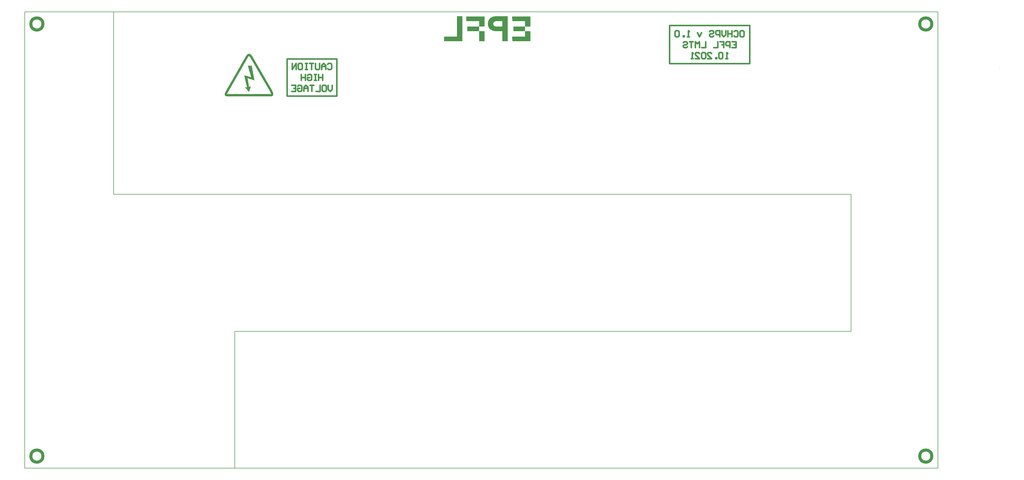
<source format=gbo>
G04*
G04 #@! TF.GenerationSoftware,Altium Limited,Altium Designer,24.3.1 (35)*
G04*
G04 Layer_Color=32896*
%FSLAX44Y44*%
%MOMM*%
G71*
G04*
G04 #@! TF.SameCoordinates,92BC9782-8992-42D9-9517-A00A7AE7D45C*
G04*
G04*
G04 #@! TF.FilePolarity,Positive*
G04*
G01*
G75*
%ADD11C,0.2000*%
%ADD14C,1.0000*%
%ADD19C,0.5000*%
%ADD218C,0.0010*%
G36*
X1437687Y1485348D02*
X1437823Y1485212D01*
X1437878Y1403324D01*
X1437823Y1403106D01*
X1437742Y1403024D01*
X1378431Y1402969D01*
X1378212Y1403024D01*
X1378130Y1403106D01*
X1378048Y1403297D01*
X1378075Y1417428D01*
X1378021Y1417646D01*
X1378075Y1418029D01*
X1378212Y1418166D01*
X1378649Y1418221D01*
X1378813Y1418166D01*
X1419019Y1418193D01*
X1419648Y1418166D01*
X1419866Y1418221D01*
X1420003Y1418357D01*
X1420058Y1468812D01*
Y1468867D01*
Y1484337D01*
X1420003Y1484884D01*
X1420112Y1485266D01*
X1420386Y1485376D01*
X1437140Y1485348D01*
X1437304Y1485403D01*
X1437687Y1485348D01*
D02*
G37*
G36*
X1586811Y1485294D02*
X1586920Y1485020D01*
X1586893Y1403762D01*
X1586948Y1403543D01*
X1586893Y1403160D01*
X1586756Y1403024D01*
X1569428Y1402969D01*
X1569209Y1403024D01*
X1569073Y1403215D01*
X1569100Y1436041D01*
X1569073Y1436396D01*
X1568936Y1436533D01*
X1547070Y1436588D01*
X1545868Y1436642D01*
X1545704Y1436697D01*
X1545540Y1436642D01*
X1545048Y1436697D01*
X1544884Y1436752D01*
X1544364Y1436834D01*
X1543872Y1436888D01*
X1543162Y1436998D01*
X1542888Y1437052D01*
X1542096Y1437134D01*
X1541713Y1437189D01*
X1541276Y1437298D01*
X1540647Y1437490D01*
X1540428Y1437544D01*
X1539964Y1437626D01*
X1539308Y1437736D01*
X1538570Y1438036D01*
X1537668Y1438228D01*
X1537285Y1438392D01*
X1536903Y1438610D01*
X1536247Y1438774D01*
X1535673Y1439075D01*
X1535399Y1439184D01*
X1535099Y1439266D01*
X1534825Y1439376D01*
X1534497Y1439594D01*
X1534060Y1439758D01*
X1533787Y1439868D01*
X1533705Y1439949D01*
X1533377Y1440168D01*
X1533021Y1440305D01*
X1532693Y1440524D01*
X1531956Y1440934D01*
X1531655Y1441180D01*
X1531546Y1441234D01*
X1531272Y1441344D01*
X1530999Y1441617D01*
X1530507Y1441890D01*
X1530398Y1441945D01*
X1530124Y1442218D01*
X1529851Y1442382D01*
X1529660Y1442573D01*
X1529605Y1442683D01*
X1529468Y1442765D01*
X1529359Y1442819D01*
X1528922Y1443257D01*
X1528812Y1443311D01*
X1528621Y1443503D01*
X1528566Y1443612D01*
X1528375Y1443803D01*
X1528266Y1443858D01*
X1528129Y1443995D01*
X1528074Y1444104D01*
X1527883Y1444295D01*
X1527774Y1444350D01*
X1527582Y1444541D01*
X1527528Y1444651D01*
X1527336Y1444842D01*
X1527227Y1444897D01*
X1527090Y1445033D01*
X1527036Y1445143D01*
X1526872Y1445307D01*
X1526489Y1445799D01*
X1526434Y1445908D01*
X1526352Y1445935D01*
X1526270Y1446017D01*
X1525997Y1446400D01*
X1525942Y1446509D01*
X1525669Y1446783D01*
X1525614Y1446892D01*
X1525396Y1447220D01*
X1525341Y1447329D01*
X1525232Y1447439D01*
X1525013Y1447821D01*
X1524904Y1448094D01*
X1524822Y1448177D01*
X1524576Y1448477D01*
X1524521Y1448586D01*
X1524303Y1449079D01*
X1524193Y1449188D01*
X1524029Y1449461D01*
X1523920Y1449734D01*
X1523865Y1449953D01*
X1523455Y1450746D01*
X1523373Y1451046D01*
X1523264Y1451484D01*
X1522991Y1451866D01*
X1522827Y1452632D01*
X1522717Y1452905D01*
X1522663Y1453124D01*
X1522581Y1453206D01*
X1522471Y1453479D01*
X1522417Y1453752D01*
X1522335Y1454326D01*
X1522171Y1454982D01*
X1521979Y1455611D01*
X1521870Y1456212D01*
X1521815Y1456923D01*
X1521733Y1457606D01*
X1521679Y1457770D01*
X1521624Y1458699D01*
X1521569Y1459082D01*
X1521515Y1459301D01*
X1521460Y1459465D01*
X1521405Y1461870D01*
X1521460Y1462581D01*
X1521569Y1462854D01*
X1521651Y1463920D01*
X1521761Y1464576D01*
X1521815Y1465232D01*
X1521870Y1465833D01*
X1521979Y1466380D01*
X1522061Y1466735D01*
X1522280Y1467282D01*
X1522335Y1467719D01*
X1522389Y1467938D01*
X1522499Y1468594D01*
X1522799Y1469222D01*
X1522936Y1469851D01*
X1523045Y1470234D01*
X1523318Y1470671D01*
X1523428Y1471108D01*
X1523647Y1471600D01*
X1523701Y1471709D01*
X1523783Y1471792D01*
X1524002Y1472393D01*
X1524029Y1472420D01*
X1524084Y1472639D01*
X1524193Y1472748D01*
X1524467Y1473240D01*
X1524576Y1473513D01*
X1524630Y1473623D01*
X1524794Y1473787D01*
X1525150Y1474415D01*
X1525396Y1474716D01*
X1525614Y1475099D01*
X1525833Y1475317D01*
X1526052Y1475700D01*
X1526298Y1475946D01*
X1526544Y1476247D01*
X1526598Y1476356D01*
X1526981Y1476739D01*
X1527036Y1476848D01*
X1527172Y1476985D01*
X1527282Y1477039D01*
X1527473Y1477231D01*
X1527528Y1477340D01*
X1527719Y1477531D01*
X1527828Y1477586D01*
X1527965Y1477723D01*
X1528020Y1477832D01*
X1528211Y1478023D01*
X1528320Y1478078D01*
X1528512Y1478269D01*
X1528566Y1478379D01*
X1528758Y1478570D01*
X1528867Y1478625D01*
X1529250Y1479007D01*
X1529359Y1479062D01*
X1529468Y1479171D01*
X1529578Y1479226D01*
X1529687Y1479390D01*
X1530070Y1479663D01*
X1530179Y1479718D01*
X1530452Y1479991D01*
X1530835Y1480210D01*
X1530944Y1480264D01*
X1530972Y1480347D01*
X1531053Y1480428D01*
X1531655Y1480757D01*
X1531764Y1480811D01*
X1531873Y1480921D01*
X1532475Y1481248D01*
X1532584Y1481303D01*
X1532666Y1481385D01*
X1532994Y1481604D01*
X1533349Y1481740D01*
X1533677Y1481959D01*
X1533869Y1482096D01*
X1534224Y1482232D01*
X1534607Y1482396D01*
X1535099Y1482670D01*
X1535481Y1482779D01*
X1536055Y1483080D01*
X1536329Y1483189D01*
X1536739Y1483271D01*
X1537121Y1483435D01*
X1537613Y1483708D01*
X1537832Y1483763D01*
X1538488Y1483872D01*
X1538952Y1484064D01*
X1539226Y1484173D01*
X1539444Y1484228D01*
X1539909Y1484310D01*
X1540292Y1484364D01*
X1540511Y1484419D01*
X1541303Y1484665D01*
X1541850Y1484774D01*
X1542451Y1484829D01*
X1542888Y1484884D01*
X1543162Y1484938D01*
X1543599Y1484993D01*
X1543927Y1485048D01*
X1544610Y1485130D01*
X1544911Y1485212D01*
X1545485Y1485294D01*
X1545649Y1485239D01*
X1545758Y1485294D01*
X1586046Y1485348D01*
X1586429Y1485403D01*
X1586811Y1485294D01*
D02*
G37*
G36*
X1661264Y1484802D02*
X1661346Y1484720D01*
X1661428Y1484528D01*
X1661401Y1482369D01*
Y1482314D01*
Y1452358D01*
X1661455Y1451812D01*
X1661401Y1451429D01*
X1661264Y1451292D01*
X1660827Y1451238D01*
X1660663Y1451292D01*
X1644728Y1451265D01*
X1643990Y1451292D01*
X1643771Y1451238D01*
X1643635Y1451101D01*
X1643580Y1450992D01*
X1643525Y1450828D01*
X1643580Y1450773D01*
X1643553Y1436642D01*
X1606053Y1436588D01*
X1605834Y1436533D01*
X1605452Y1436588D01*
X1605370Y1436670D01*
X1605288Y1436861D01*
X1605315Y1450226D01*
X1605260Y1451429D01*
X1605397Y1451730D01*
X1642787Y1451784D01*
X1643006Y1451730D01*
X1643389Y1451784D01*
X1643471Y1451866D01*
X1643607Y1452058D01*
X1643580Y1468703D01*
X1643635Y1469086D01*
X1643580Y1469468D01*
X1643334Y1469660D01*
X1642760Y1469632D01*
X1603047Y1469660D01*
X1602008Y1469605D01*
X1601789Y1469660D01*
X1601653Y1469796D01*
X1601598Y1484446D01*
X1601653Y1484665D01*
X1601789Y1484802D01*
X1602336Y1484856D01*
X1602554Y1484802D01*
X1602719Y1484856D01*
X1660362Y1484829D01*
X1661045Y1484856D01*
X1661264Y1484802D01*
D02*
G37*
G36*
X1510117D02*
X1510254Y1484665D01*
X1510308Y1484118D01*
X1510254Y1483954D01*
X1510308Y1483790D01*
X1510281Y1452276D01*
X1510308Y1451648D01*
X1510254Y1451429D01*
X1510117Y1451292D01*
X1509680Y1451238D01*
X1509516Y1451292D01*
X1493636Y1451265D01*
X1492843Y1451292D01*
X1492625Y1451238D01*
X1492488Y1451101D01*
X1492433Y1436615D01*
X1455398Y1436588D01*
X1454523Y1436533D01*
X1454250Y1436642D01*
X1454141Y1436861D01*
X1454168Y1450992D01*
X1454113Y1451210D01*
X1454168Y1451593D01*
X1454305Y1451730D01*
X1487103Y1451784D01*
X1491695D01*
X1491859Y1451730D01*
X1492242Y1451784D01*
X1492433Y1451976D01*
X1492488Y1452358D01*
X1492433Y1452741D01*
X1492488Y1452905D01*
X1492460Y1468457D01*
X1492488Y1469250D01*
X1492433Y1469468D01*
X1492187Y1469660D01*
X1491668Y1469632D01*
X1452063Y1469660D01*
X1450861Y1469605D01*
X1450615Y1469687D01*
X1450478Y1469878D01*
X1450506Y1483408D01*
X1450451Y1484446D01*
X1450506Y1484665D01*
X1450642Y1484802D01*
X1451189Y1484856D01*
X1451408Y1484802D01*
X1451572Y1484856D01*
X1509215Y1484829D01*
X1509898Y1484856D01*
X1510117Y1484802D01*
D02*
G37*
G36*
X1661264Y1436533D02*
X1661346Y1436451D01*
X1661428Y1436260D01*
X1661401Y1432187D01*
Y1432133D01*
Y1404090D01*
X1661455Y1403543D01*
X1661401Y1403160D01*
X1661264Y1403024D01*
X1601844Y1402969D01*
X1601653Y1403160D01*
X1601598Y1417811D01*
X1601653Y1418029D01*
X1601789Y1418166D01*
X1602227Y1418221D01*
X1602390Y1418166D01*
X1642542Y1418193D01*
X1643225Y1418166D01*
X1643443Y1418221D01*
X1643580Y1418357D01*
X1643635Y1418740D01*
X1643580Y1418904D01*
X1643607Y1436478D01*
X1660335Y1436533D01*
X1660881Y1436588D01*
X1661264Y1436533D01*
D02*
G37*
G36*
X1510117D02*
X1510254Y1436396D01*
X1510308Y1435795D01*
X1510254Y1435631D01*
X1510308Y1435522D01*
X1510281Y1403953D01*
X1510308Y1403379D01*
X1510254Y1403160D01*
X1510117Y1403024D01*
X1492843Y1402969D01*
X1492597Y1403051D01*
X1492460Y1403242D01*
X1492488Y1435795D01*
X1492433Y1435959D01*
X1492488Y1436506D01*
X1509297Y1436533D01*
X1509352D01*
X1509898Y1436588D01*
X1510117Y1436533D01*
D02*
G37*
G36*
X738169Y1361880D02*
X739190D01*
Y1361676D01*
X739802D01*
Y1361471D01*
X740210D01*
Y1361267D01*
X740619D01*
Y1361063D01*
X741027D01*
Y1360859D01*
X741435D01*
Y1360655D01*
X741639D01*
Y1360451D01*
X741843D01*
Y1360247D01*
X742252D01*
Y1360043D01*
X742456D01*
Y1359839D01*
X742660D01*
Y1359634D01*
X742864D01*
Y1359430D01*
X743272D01*
Y1359226D01*
X743476D01*
Y1359022D01*
X743680D01*
Y1358818D01*
X743885D01*
Y1358614D01*
X744089D01*
Y1358410D01*
X744293D01*
Y1358001D01*
X744497D01*
Y1357797D01*
X744701D01*
Y1357593D01*
X744905D01*
Y1357389D01*
X745109D01*
Y1357185D01*
X745313D01*
Y1356981D01*
X745518D01*
Y1356573D01*
X745722D01*
Y1356369D01*
X745926D01*
Y1356164D01*
X746130D01*
Y1355756D01*
X746334D01*
Y1355552D01*
X746538D01*
Y1355144D01*
X746742D01*
Y1354940D01*
X746946D01*
Y1354531D01*
X747150D01*
Y1354327D01*
X747355D01*
Y1353919D01*
X747559D01*
Y1353511D01*
X747763D01*
Y1353307D01*
X747967D01*
Y1352898D01*
X748171D01*
Y1352694D01*
X748375D01*
Y1352286D01*
X748579D01*
Y1352082D01*
X748783D01*
Y1351674D01*
X748988D01*
Y1351266D01*
X749192D01*
Y1350857D01*
X749396D01*
Y1350653D01*
X749600D01*
Y1350245D01*
X749804D01*
Y1349837D01*
X750008D01*
Y1349428D01*
X750212D01*
Y1349224D01*
X750416D01*
Y1348816D01*
X750620D01*
Y1348408D01*
X750825D01*
Y1348000D01*
X751029D01*
Y1347796D01*
X751233D01*
Y1347387D01*
X751437D01*
Y1346979D01*
X751641D01*
Y1346571D01*
X751845D01*
Y1346367D01*
X752049D01*
Y1345958D01*
X752253D01*
Y1345754D01*
X752458D01*
Y1345346D01*
X752662D01*
Y1344938D01*
X752866D01*
Y1344734D01*
X753070D01*
Y1344326D01*
X753274D01*
Y1343917D01*
X753478D01*
Y1343509D01*
X753682D01*
Y1343101D01*
X753886D01*
Y1342693D01*
X754091D01*
Y1342488D01*
X754295D01*
Y1342080D01*
X754499D01*
Y1341876D01*
X754703D01*
Y1341468D01*
X754907D01*
Y1341060D01*
X755111D01*
Y1340651D01*
X755315D01*
Y1340447D01*
X755519D01*
Y1340039D01*
X755723D01*
Y1339631D01*
X755928D01*
Y1339223D01*
X756132D01*
Y1339018D01*
X756336D01*
Y1338610D01*
X756540D01*
Y1338202D01*
X756744D01*
Y1337794D01*
X756948D01*
Y1337590D01*
X757152D01*
Y1337181D01*
X757356D01*
Y1336773D01*
X757561D01*
Y1336569D01*
X757765D01*
Y1336161D01*
X757969D01*
Y1335752D01*
X758173D01*
Y1335344D01*
X758377D01*
Y1334936D01*
X758581D01*
Y1334732D01*
X758785D01*
Y1334324D01*
X758989D01*
Y1333915D01*
X759193D01*
Y1333711D01*
X759398D01*
Y1333303D01*
X759602D01*
Y1332895D01*
X759806D01*
Y1332691D01*
X760010D01*
Y1332283D01*
X760214D01*
Y1331874D01*
X760418D01*
Y1331466D01*
X760622D01*
Y1331262D01*
X760826D01*
Y1330854D01*
X761031D01*
Y1330445D01*
X761235D01*
Y1330037D01*
X761439D01*
Y1329833D01*
X761643D01*
Y1329425D01*
X761847D01*
Y1329017D01*
X762051D01*
Y1328812D01*
X762255D01*
Y1328404D01*
X762459D01*
Y1327996D01*
X762663D01*
Y1327588D01*
X762868D01*
Y1327384D01*
X763072D01*
Y1326975D01*
X763276D01*
Y1326567D01*
X763480D01*
Y1326363D01*
X763684D01*
Y1325955D01*
X763888D01*
Y1325547D01*
X764092D01*
Y1325138D01*
X764296D01*
Y1324934D01*
X764501D01*
Y1324526D01*
X764705D01*
Y1324118D01*
X764909D01*
Y1323709D01*
X765113D01*
Y1323505D01*
X765317D01*
Y1323097D01*
X765521D01*
Y1322689D01*
X765725D01*
Y1322281D01*
X765929D01*
Y1322077D01*
X766134D01*
Y1321668D01*
X766338D01*
Y1321260D01*
X766542D01*
Y1321056D01*
X766746D01*
Y1320648D01*
X766950D01*
Y1320239D01*
X767154D01*
Y1319831D01*
X767358D01*
Y1319627D01*
X767562D01*
Y1319219D01*
X767766D01*
Y1318811D01*
X767971D01*
Y1318607D01*
X768175D01*
Y1318198D01*
X768379D01*
Y1317790D01*
X768583D01*
Y1317382D01*
X768787D01*
Y1317178D01*
X768991D01*
Y1316769D01*
X769195D01*
Y1316361D01*
X769399D01*
Y1316157D01*
X769604D01*
Y1315749D01*
X769808D01*
Y1315341D01*
X770012D01*
Y1314932D01*
X770216D01*
Y1314728D01*
X770420D01*
Y1314320D01*
X770624D01*
Y1313912D01*
X770828D01*
Y1313708D01*
X771032D01*
Y1313299D01*
X771236D01*
Y1312891D01*
X771441D01*
Y1312483D01*
X771645D01*
Y1312075D01*
X771849D01*
Y1311871D01*
X772053D01*
Y1311462D01*
X772257D01*
Y1311054D01*
X772461D01*
Y1310850D01*
X772665D01*
Y1310442D01*
X772869D01*
Y1310034D01*
X773074D01*
Y1309625D01*
X773278D01*
Y1309421D01*
X773482D01*
Y1309013D01*
X773686D01*
Y1308605D01*
X773890D01*
Y1308401D01*
X774094D01*
Y1307992D01*
X774298D01*
Y1307584D01*
X774502D01*
Y1307176D01*
X774707D01*
Y1306972D01*
X774911D01*
Y1306564D01*
X775115D01*
Y1306155D01*
X775319D01*
Y1305951D01*
X775523D01*
Y1305543D01*
X775727D01*
Y1305135D01*
X775931D01*
Y1304726D01*
X776135D01*
Y1304522D01*
X776339D01*
Y1304114D01*
X776544D01*
Y1303706D01*
X776748D01*
Y1303298D01*
X776952D01*
Y1303094D01*
X777156D01*
Y1302685D01*
X777360D01*
Y1302277D01*
X777564D01*
Y1302073D01*
X777768D01*
Y1301665D01*
X777972D01*
Y1301256D01*
X778177D01*
Y1301052D01*
X778381D01*
Y1300644D01*
X778585D01*
Y1300236D01*
X778789D01*
Y1299828D01*
X778993D01*
Y1299623D01*
X779197D01*
Y1299215D01*
X779401D01*
Y1298807D01*
X779605D01*
Y1298399D01*
X779809D01*
Y1298195D01*
X780014D01*
Y1297786D01*
X780218D01*
Y1297378D01*
X780422D01*
Y1296970D01*
X780626D01*
Y1296766D01*
X780830D01*
Y1296358D01*
X781034D01*
Y1295949D01*
X781238D01*
Y1295745D01*
X781442D01*
Y1295337D01*
X781647D01*
Y1294929D01*
X781851D01*
Y1294521D01*
X782055D01*
Y1294316D01*
X782259D01*
Y1293908D01*
X782463D01*
Y1293500D01*
X782667D01*
Y1293092D01*
X782871D01*
Y1292888D01*
X783075D01*
Y1292479D01*
X783279D01*
Y1292071D01*
X783484D01*
Y1291663D01*
X783688D01*
Y1291459D01*
X783892D01*
Y1291051D01*
X784096D01*
Y1290846D01*
X784300D01*
Y1290438D01*
X784504D01*
Y1290030D01*
X784708D01*
Y1289622D01*
X784912D01*
Y1289213D01*
X785117D01*
Y1289009D01*
X785321D01*
Y1288601D01*
X785525D01*
Y1288193D01*
X785729D01*
Y1287989D01*
X785933D01*
Y1287580D01*
X786137D01*
Y1287172D01*
X786341D01*
Y1286968D01*
X786545D01*
Y1286560D01*
X786750D01*
Y1286152D01*
X786954D01*
Y1285743D01*
X787158D01*
Y1285539D01*
X787362D01*
Y1285131D01*
X787566D01*
Y1284723D01*
X787770D01*
Y1284315D01*
X787974D01*
Y1284110D01*
X788178D01*
Y1283702D01*
X788382D01*
Y1283294D01*
X788587D01*
Y1283090D01*
X788791D01*
Y1282682D01*
X788995D01*
Y1282273D01*
X789199D01*
Y1281865D01*
X789403D01*
Y1281457D01*
X789607D01*
Y1281253D01*
X789811D01*
Y1280845D01*
X790015D01*
Y1280436D01*
X790220D01*
Y1280232D01*
X790424D01*
Y1279824D01*
X790628D01*
Y1279416D01*
X790832D01*
Y1279007D01*
X791036D01*
Y1278803D01*
X791240D01*
Y1278395D01*
X791444D01*
Y1277987D01*
X791648D01*
Y1277783D01*
X791852D01*
Y1277374D01*
X792057D01*
Y1276966D01*
X792261D01*
Y1276558D01*
X792465D01*
Y1276354D01*
X792669D01*
Y1275946D01*
X792873D01*
Y1275537D01*
X793077D01*
Y1275333D01*
X793281D01*
Y1274925D01*
X793485D01*
Y1274517D01*
X793690D01*
Y1274313D01*
X793894D01*
Y1273904D01*
X794098D01*
Y1273496D01*
X794302D01*
Y1273088D01*
X794506D01*
Y1272884D01*
X794710D01*
Y1272476D01*
X794914D01*
Y1272067D01*
X795118D01*
Y1271659D01*
X795322D01*
Y1271455D01*
X795527D01*
Y1271047D01*
X795731D01*
Y1270639D01*
X795935D01*
Y1270434D01*
X796139D01*
Y1270026D01*
X796343D01*
Y1269618D01*
X796547D01*
Y1269210D01*
X796751D01*
Y1268801D01*
X796955D01*
Y1268597D01*
X797160D01*
Y1268189D01*
X797364D01*
Y1267985D01*
X797568D01*
Y1267577D01*
X797772D01*
Y1267169D01*
X797976D01*
Y1266760D01*
X798180D01*
Y1266352D01*
X798384D01*
Y1266148D01*
X798588D01*
Y1265740D01*
X798793D01*
Y1265331D01*
X798997D01*
Y1264923D01*
X799201D01*
Y1264719D01*
X799405D01*
Y1264311D01*
X799609D01*
Y1263903D01*
X799813D01*
Y1263699D01*
X800017D01*
Y1263290D01*
X800221D01*
Y1262882D01*
X800425D01*
Y1262474D01*
X800630D01*
Y1262270D01*
X800834D01*
Y1261861D01*
X801038D01*
Y1261453D01*
X801242D01*
Y1261045D01*
X801446D01*
Y1260841D01*
X801650D01*
Y1260433D01*
X801854D01*
Y1260229D01*
X802058D01*
Y1259820D01*
X802263D01*
Y1259412D01*
X802467D01*
Y1259004D01*
X802671D01*
Y1258800D01*
X802875D01*
Y1258391D01*
X803079D01*
Y1257983D01*
X803283D01*
Y1257575D01*
X803487D01*
Y1257371D01*
X803691D01*
Y1256963D01*
X803895D01*
Y1256554D01*
X804100D01*
Y1256146D01*
X804304D01*
Y1255942D01*
X804508D01*
Y1255534D01*
X804712D01*
Y1255126D01*
X804916D01*
Y1254921D01*
X805120D01*
Y1254513D01*
X805324D01*
Y1254105D01*
X805528D01*
Y1253697D01*
X805733D01*
Y1253288D01*
X805937D01*
Y1253084D01*
X806141D01*
Y1252676D01*
X806345D01*
Y1252472D01*
X806549D01*
Y1252064D01*
X806753D01*
Y1251656D01*
X806957D01*
Y1251247D01*
X807161D01*
Y1250839D01*
X807366D01*
Y1250635D01*
X807570D01*
Y1250227D01*
X807774D01*
Y1250023D01*
X807978D01*
Y1249614D01*
X808182D01*
Y1249206D01*
X808386D01*
Y1248798D01*
X808590D01*
Y1248390D01*
X808794D01*
Y1248186D01*
X808998D01*
Y1247777D01*
X809203D01*
Y1247369D01*
X809407D01*
Y1247165D01*
X809611D01*
Y1246757D01*
X809815D01*
Y1246348D01*
X810019D01*
Y1245940D01*
X810223D01*
Y1245736D01*
X810427D01*
Y1245328D01*
X810631D01*
Y1244920D01*
X810836D01*
Y1244715D01*
X811040D01*
Y1244307D01*
X811244D01*
Y1243899D01*
X811448D01*
Y1243491D01*
X811652D01*
Y1243083D01*
X811856D01*
Y1242674D01*
X812060D01*
Y1242266D01*
X812264D01*
Y1241858D01*
X812468D01*
Y1241450D01*
X812673D01*
Y1241041D01*
X812877D01*
Y1240633D01*
X813081D01*
Y1240225D01*
X813285D01*
Y1239613D01*
X813489D01*
Y1239204D01*
X813693D01*
Y1238796D01*
X813897D01*
Y1238184D01*
X814101D01*
Y1237775D01*
X814306D01*
Y1237367D01*
X814510D01*
Y1236959D01*
X814714D01*
Y1236551D01*
X814918D01*
Y1235938D01*
X815122D01*
Y1235530D01*
X815326D01*
Y1234918D01*
X815530D01*
Y1234305D01*
X815734D01*
Y1233693D01*
X815939D01*
Y1233285D01*
X816143D01*
Y1232468D01*
X816347D01*
Y1231856D01*
X816551D01*
Y1230835D01*
X816755D01*
Y1227161D01*
X816551D01*
Y1226549D01*
X816347D01*
Y1225937D01*
X816143D01*
Y1225528D01*
X815939D01*
Y1225324D01*
X815734D01*
Y1224916D01*
X815530D01*
Y1224712D01*
X815326D01*
Y1224508D01*
X815122D01*
Y1224304D01*
X814918D01*
Y1224100D01*
X814714D01*
Y1223895D01*
X814510D01*
Y1223691D01*
X814101D01*
Y1223487D01*
X813897D01*
Y1223283D01*
X813489D01*
Y1223079D01*
X813081D01*
Y1222875D01*
X812673D01*
Y1222671D01*
X812060D01*
Y1222467D01*
X811244D01*
Y1222262D01*
X810019D01*
Y1222058D01*
X678771D01*
Y1221854D01*
X666115D01*
Y1222058D01*
X664278D01*
Y1222262D01*
X663054D01*
Y1222467D01*
X662237D01*
Y1222671D01*
X661421D01*
Y1222875D01*
X661012D01*
Y1223079D01*
X660604D01*
Y1223283D01*
X660196D01*
Y1223487D01*
X659992D01*
Y1223691D01*
X659584D01*
Y1223895D01*
X659380D01*
Y1224100D01*
X658971D01*
Y1224304D01*
X658767D01*
Y1224508D01*
X658563D01*
Y1224916D01*
X658359D01*
Y1225120D01*
X658155D01*
Y1225324D01*
X657951D01*
Y1225732D01*
X657747D01*
Y1226141D01*
X657542D01*
Y1226753D01*
X657338D01*
Y1227365D01*
X657134D01*
Y1230835D01*
X657338D01*
Y1231652D01*
X657542D01*
Y1232060D01*
X657747D01*
Y1232877D01*
X657951D01*
Y1233285D01*
X658155D01*
Y1233693D01*
X658359D01*
Y1234305D01*
X658563D01*
Y1234918D01*
X658767D01*
Y1235326D01*
X658971D01*
Y1235734D01*
X659175D01*
Y1236143D01*
X659380D01*
Y1236551D01*
X659584D01*
Y1236959D01*
X659788D01*
Y1237367D01*
X659992D01*
Y1237571D01*
X660196D01*
Y1237980D01*
X660400D01*
Y1238388D01*
X660604D01*
Y1238796D01*
X660808D01*
Y1239204D01*
X661012D01*
Y1239613D01*
X661217D01*
Y1240021D01*
X661421D01*
Y1240225D01*
X661625D01*
Y1240633D01*
X661829D01*
Y1241041D01*
X662033D01*
Y1241450D01*
X662237D01*
Y1241858D01*
X662441D01*
Y1242062D01*
X662645D01*
Y1242470D01*
X662850D01*
Y1242878D01*
X663054D01*
Y1243083D01*
X663258D01*
Y1243491D01*
X663462D01*
Y1243899D01*
X663666D01*
Y1244307D01*
X663870D01*
Y1244511D01*
X664074D01*
Y1244920D01*
X664278D01*
Y1245328D01*
X664482D01*
Y1245532D01*
X664687D01*
Y1245940D01*
X664891D01*
Y1246348D01*
X665095D01*
Y1246757D01*
X665299D01*
Y1246961D01*
X665503D01*
Y1247369D01*
X665707D01*
Y1247777D01*
X665911D01*
Y1247981D01*
X666115D01*
Y1248390D01*
X666320D01*
Y1248798D01*
X666524D01*
Y1249002D01*
X666728D01*
Y1249410D01*
X666932D01*
Y1249818D01*
X667136D01*
Y1250023D01*
X667340D01*
Y1250431D01*
X667544D01*
Y1250839D01*
X667748D01*
Y1251247D01*
X667952D01*
Y1251451D01*
X668157D01*
Y1251860D01*
X668361D01*
Y1252268D01*
X668565D01*
Y1252676D01*
X668769D01*
Y1252880D01*
X668973D01*
Y1253288D01*
X669177D01*
Y1253697D01*
X669381D01*
Y1254105D01*
X669585D01*
Y1254513D01*
X669790D01*
Y1254717D01*
X669994D01*
Y1255126D01*
X670198D01*
Y1255534D01*
X670402D01*
Y1255942D01*
X670606D01*
Y1256146D01*
X670810D01*
Y1256554D01*
X671014D01*
Y1256963D01*
X671218D01*
Y1257167D01*
X671423D01*
Y1257575D01*
X671627D01*
Y1257983D01*
X671831D01*
Y1258391D01*
X672035D01*
Y1258800D01*
X672239D01*
Y1259004D01*
X672443D01*
Y1259412D01*
X672647D01*
Y1259820D01*
X672851D01*
Y1260229D01*
X673055D01*
Y1260433D01*
X673260D01*
Y1260841D01*
X673464D01*
Y1261249D01*
X673668D01*
Y1261453D01*
X673872D01*
Y1261861D01*
X674076D01*
Y1262270D01*
X674280D01*
Y1262678D01*
X674484D01*
Y1262882D01*
X674688D01*
Y1263290D01*
X674893D01*
Y1263699D01*
X675097D01*
Y1264107D01*
X675301D01*
Y1264311D01*
X675505D01*
Y1264719D01*
X675709D01*
Y1265127D01*
X675913D01*
Y1265536D01*
X676117D01*
Y1265740D01*
X676321D01*
Y1266148D01*
X676525D01*
Y1266556D01*
X676730D01*
Y1266964D01*
X676934D01*
Y1267169D01*
X677138D01*
Y1267577D01*
X677342D01*
Y1267985D01*
X677546D01*
Y1268393D01*
X677750D01*
Y1268597D01*
X677954D01*
Y1269006D01*
X678158D01*
Y1269414D01*
X678363D01*
Y1269822D01*
X678567D01*
Y1270026D01*
X678771D01*
Y1270434D01*
X678975D01*
Y1270843D01*
X679179D01*
Y1271251D01*
X679383D01*
Y1271455D01*
X679587D01*
Y1271863D01*
X679791D01*
Y1272271D01*
X679995D01*
Y1272476D01*
X680200D01*
Y1272884D01*
X680404D01*
Y1273292D01*
X680608D01*
Y1273700D01*
X680812D01*
Y1274109D01*
X681016D01*
Y1274313D01*
X681220D01*
Y1274721D01*
X681424D01*
Y1275129D01*
X681628D01*
Y1275537D01*
X681833D01*
Y1275742D01*
X682037D01*
Y1276150D01*
X682241D01*
Y1276558D01*
X682445D01*
Y1276966D01*
X682649D01*
Y1277170D01*
X682853D01*
Y1277579D01*
X683057D01*
Y1277987D01*
X683261D01*
Y1278191D01*
X683465D01*
Y1278599D01*
X683670D01*
Y1279007D01*
X683874D01*
Y1279416D01*
X684078D01*
Y1279824D01*
X684282D01*
Y1280028D01*
X684486D01*
Y1280436D01*
X684690D01*
Y1280845D01*
X684894D01*
Y1281253D01*
X685098D01*
Y1281457D01*
X685303D01*
Y1281865D01*
X685507D01*
Y1282273D01*
X685711D01*
Y1282682D01*
X685915D01*
Y1282886D01*
X686119D01*
Y1283294D01*
X686323D01*
Y1283702D01*
X686527D01*
Y1284110D01*
X686731D01*
Y1284315D01*
X686936D01*
Y1284723D01*
X687140D01*
Y1285131D01*
X687344D01*
Y1285539D01*
X687548D01*
Y1285743D01*
X687752D01*
Y1286152D01*
X687956D01*
Y1286560D01*
X688160D01*
Y1286968D01*
X688364D01*
Y1287172D01*
X688568D01*
Y1287580D01*
X688773D01*
Y1287989D01*
X688977D01*
Y1288193D01*
X689181D01*
Y1288601D01*
X689385D01*
Y1289009D01*
X689589D01*
Y1289418D01*
X689793D01*
Y1289622D01*
X689997D01*
Y1290030D01*
X690201D01*
Y1290438D01*
X690406D01*
Y1290846D01*
X690610D01*
Y1291051D01*
X690814D01*
Y1291459D01*
X691018D01*
Y1291867D01*
X691222D01*
Y1292275D01*
X691426D01*
Y1292479D01*
X691630D01*
Y1292888D01*
X691834D01*
Y1293296D01*
X692038D01*
Y1293704D01*
X692243D01*
Y1294112D01*
X692447D01*
Y1294316D01*
X692651D01*
Y1294725D01*
X692855D01*
Y1295133D01*
X693059D01*
Y1295337D01*
X693263D01*
Y1295745D01*
X693467D01*
Y1296153D01*
X693671D01*
Y1296562D01*
X693876D01*
Y1296766D01*
X694080D01*
Y1297174D01*
X694284D01*
Y1297582D01*
X694488D01*
Y1297991D01*
X694692D01*
Y1298399D01*
X694896D01*
Y1298603D01*
X695100D01*
Y1299011D01*
X695304D01*
Y1299419D01*
X695508D01*
Y1299828D01*
X695713D01*
Y1300032D01*
X695917D01*
Y1300440D01*
X696121D01*
Y1300848D01*
X696325D01*
Y1301256D01*
X696529D01*
Y1301461D01*
X696733D01*
Y1301869D01*
X696937D01*
Y1302277D01*
X697141D01*
Y1302685D01*
X697346D01*
Y1302889D01*
X697550D01*
Y1303298D01*
X697754D01*
Y1303706D01*
X697958D01*
Y1303910D01*
X698162D01*
Y1304318D01*
X698366D01*
Y1304726D01*
X698570D01*
Y1304931D01*
X698774D01*
Y1305339D01*
X698979D01*
Y1305747D01*
X699183D01*
Y1306155D01*
X699387D01*
Y1306564D01*
X699591D01*
Y1306768D01*
X699795D01*
Y1307176D01*
X699999D01*
Y1307584D01*
X700203D01*
Y1307992D01*
X700407D01*
Y1308196D01*
X700611D01*
Y1308605D01*
X700816D01*
Y1309013D01*
X701020D01*
Y1309421D01*
X701224D01*
Y1309625D01*
X701428D01*
Y1310034D01*
X701632D01*
Y1310442D01*
X701836D01*
Y1310850D01*
X702040D01*
Y1311054D01*
X702244D01*
Y1311462D01*
X702449D01*
Y1311871D01*
X702653D01*
Y1312075D01*
X702857D01*
Y1312483D01*
X703061D01*
Y1312891D01*
X703265D01*
Y1313299D01*
X703469D01*
Y1313708D01*
X703673D01*
Y1313912D01*
X703877D01*
Y1314320D01*
X704081D01*
Y1314728D01*
X704286D01*
Y1315137D01*
X704490D01*
Y1315341D01*
X704694D01*
Y1315749D01*
X704898D01*
Y1316157D01*
X705102D01*
Y1316361D01*
X705306D01*
Y1316769D01*
X705510D01*
Y1317178D01*
X705714D01*
Y1317586D01*
X705919D01*
Y1317994D01*
X706123D01*
Y1318198D01*
X706327D01*
Y1318607D01*
X706531D01*
Y1319015D01*
X706735D01*
Y1319219D01*
X706939D01*
Y1319627D01*
X707143D01*
Y1320035D01*
X707347D01*
Y1320444D01*
X707551D01*
Y1320648D01*
X707756D01*
Y1321056D01*
X707960D01*
Y1321464D01*
X708164D01*
Y1321872D01*
X708368D01*
Y1322077D01*
X708572D01*
Y1322485D01*
X708776D01*
Y1322893D01*
X708980D01*
Y1323097D01*
X709184D01*
Y1323505D01*
X709389D01*
Y1323914D01*
X709593D01*
Y1324322D01*
X709797D01*
Y1324730D01*
X710001D01*
Y1325138D01*
X710205D01*
Y1325342D01*
X710409D01*
Y1325751D01*
X710613D01*
Y1326159D01*
X710817D01*
Y1326567D01*
X711021D01*
Y1326771D01*
X711226D01*
Y1327180D01*
X711430D01*
Y1327588D01*
X711634D01*
Y1327792D01*
X711838D01*
Y1328200D01*
X712042D01*
Y1328608D01*
X712246D01*
Y1329017D01*
X712450D01*
Y1329425D01*
X712654D01*
Y1329629D01*
X712859D01*
Y1330037D01*
X713063D01*
Y1330445D01*
X713267D01*
Y1330650D01*
X713471D01*
Y1331058D01*
X713675D01*
Y1331466D01*
X713879D01*
Y1331670D01*
X714083D01*
Y1332078D01*
X714287D01*
Y1332487D01*
X714492D01*
Y1332895D01*
X714696D01*
Y1333303D01*
X714900D01*
Y1333507D01*
X715104D01*
Y1333915D01*
X715308D01*
Y1334324D01*
X715512D01*
Y1334528D01*
X715716D01*
Y1334936D01*
X715920D01*
Y1335344D01*
X716124D01*
Y1335752D01*
X716329D01*
Y1336161D01*
X716533D01*
Y1336365D01*
X716737D01*
Y1336773D01*
X716941D01*
Y1337181D01*
X717145D01*
Y1337590D01*
X717349D01*
Y1337794D01*
X717553D01*
Y1338202D01*
X717757D01*
Y1338610D01*
X717962D01*
Y1338814D01*
X718166D01*
Y1339223D01*
X718370D01*
Y1339631D01*
X718574D01*
Y1340039D01*
X718778D01*
Y1340447D01*
X718982D01*
Y1340651D01*
X719186D01*
Y1341060D01*
X719390D01*
Y1341468D01*
X719594D01*
Y1341876D01*
X719799D01*
Y1342080D01*
X720003D01*
Y1342488D01*
X720207D01*
Y1342897D01*
X720411D01*
Y1343101D01*
X720615D01*
Y1343509D01*
X720819D01*
Y1343917D01*
X721023D01*
Y1344326D01*
X721227D01*
Y1344734D01*
X721432D01*
Y1344938D01*
X721636D01*
Y1345346D01*
X721840D01*
Y1345754D01*
X722044D01*
Y1345958D01*
X722248D01*
Y1346367D01*
X722452D01*
Y1346775D01*
X722656D01*
Y1347183D01*
X722860D01*
Y1347387D01*
X723064D01*
Y1347796D01*
X723269D01*
Y1348204D01*
X723473D01*
Y1348612D01*
X723677D01*
Y1348816D01*
X723881D01*
Y1349224D01*
X724085D01*
Y1349633D01*
X724289D01*
Y1350041D01*
X724493D01*
Y1350449D01*
X724697D01*
Y1350857D01*
X724902D01*
Y1351266D01*
X725106D01*
Y1351470D01*
X725310D01*
Y1351878D01*
X725514D01*
Y1352286D01*
X725718D01*
Y1352694D01*
X725922D01*
Y1352898D01*
X726126D01*
Y1353307D01*
X726330D01*
Y1353715D01*
X726535D01*
Y1353919D01*
X726739D01*
Y1354327D01*
X726943D01*
Y1354531D01*
X727147D01*
Y1354940D01*
X727351D01*
Y1355348D01*
X727555D01*
Y1355552D01*
X727759D01*
Y1355756D01*
X727963D01*
Y1356164D01*
X728167D01*
Y1356369D01*
X728372D01*
Y1356573D01*
X728576D01*
Y1356981D01*
X728780D01*
Y1357185D01*
X728984D01*
Y1357389D01*
X729188D01*
Y1357797D01*
X729392D01*
Y1358001D01*
X729596D01*
Y1358206D01*
X729800D01*
Y1358410D01*
X730005D01*
Y1358614D01*
X730209D01*
Y1358818D01*
X730413D01*
Y1359022D01*
X730617D01*
Y1359226D01*
X730821D01*
Y1359430D01*
X731025D01*
Y1359634D01*
X731229D01*
Y1359839D01*
X731433D01*
Y1360043D01*
X731842D01*
Y1360247D01*
X732046D01*
Y1360451D01*
X732250D01*
Y1360655D01*
X732658D01*
Y1360859D01*
X732862D01*
Y1361063D01*
X733270D01*
Y1361267D01*
X733679D01*
Y1361471D01*
X734291D01*
Y1361676D01*
X734903D01*
Y1361880D01*
X735720D01*
Y1362084D01*
X738169D01*
Y1361880D01*
D02*
G37*
%LPC*%
G36*
X1568608Y1469660D02*
X1568061Y1469605D01*
X1567897Y1469660D01*
X1567378Y1469632D01*
X1555652Y1469660D01*
X1555488Y1469605D01*
X1551443Y1469550D01*
X1551088Y1469414D01*
X1550869Y1469359D01*
X1550350Y1469386D01*
X1549967Y1469332D01*
X1549803Y1469277D01*
X1548929Y1469222D01*
X1548765Y1469168D01*
X1548273Y1469113D01*
X1547890Y1469058D01*
X1547343Y1469004D01*
X1547125Y1468949D01*
X1546660Y1468812D01*
X1546223Y1468648D01*
X1545649Y1468566D01*
X1545430Y1468512D01*
X1545157Y1468402D01*
X1544911Y1468266D01*
X1544474Y1468102D01*
X1544118Y1468020D01*
X1543845Y1467910D01*
X1543736Y1467801D01*
X1543544Y1467664D01*
X1543271Y1467555D01*
X1542970Y1467473D01*
X1542642Y1467145D01*
X1542260Y1466926D01*
X1542150Y1466872D01*
X1541959Y1466680D01*
X1541658Y1466434D01*
X1541549Y1466380D01*
X1541467Y1466298D01*
X1541412Y1466188D01*
X1541112Y1465888D01*
X1540920Y1465751D01*
X1540866Y1465642D01*
X1540757Y1465533D01*
X1540702Y1465423D01*
X1540428Y1465150D01*
X1540046Y1464439D01*
X1539937Y1464330D01*
X1539718Y1463947D01*
X1539554Y1463291D01*
X1539417Y1462991D01*
X1539308Y1462717D01*
X1539226Y1462253D01*
X1539171Y1462089D01*
X1539198Y1458727D01*
X1539281Y1458262D01*
X1539527Y1457688D01*
X1539608Y1457388D01*
X1539718Y1456950D01*
X1539827Y1456677D01*
X1539937Y1456568D01*
X1540264Y1455966D01*
X1540319Y1455857D01*
X1540647Y1455529D01*
X1540702Y1455419D01*
X1540811Y1455310D01*
X1540866Y1455201D01*
X1540948Y1455119D01*
X1541057Y1455064D01*
X1541248Y1454873D01*
X1541303Y1454764D01*
X1541412Y1454654D01*
X1541713Y1454408D01*
X1541822Y1454354D01*
X1542150Y1454026D01*
X1542642Y1453752D01*
X1542970Y1453424D01*
X1543189Y1453370D01*
X1543572Y1453206D01*
X1543681Y1453151D01*
X1543790Y1453042D01*
X1543982Y1452905D01*
X1544200Y1452850D01*
X1544556Y1452768D01*
X1544938Y1452604D01*
X1545321Y1452386D01*
X1545704Y1452331D01*
X1545922Y1452276D01*
X1546305Y1452222D01*
X1546660Y1452085D01*
X1546933Y1451976D01*
X1547289Y1451894D01*
X1547453Y1451839D01*
X1548327Y1451784D01*
X1548492Y1451730D01*
X1549475Y1451675D01*
X1549694Y1451620D01*
X1549858Y1451566D01*
X1550951Y1451511D01*
X1551225Y1451402D01*
X1554614Y1451347D01*
X1554778Y1451292D01*
X1563415Y1451238D01*
X1568717D01*
X1568936Y1451292D01*
X1569045Y1451402D01*
X1569100Y1451675D01*
X1569073Y1468922D01*
X1569127Y1469086D01*
X1569018Y1469523D01*
X1568936Y1469605D01*
X1568608Y1469660D01*
D02*
G37*
G36*
X737353Y1354531D02*
X736740D01*
Y1354327D01*
X736536D01*
Y1354123D01*
X736128D01*
Y1353919D01*
X735924D01*
Y1353715D01*
X735720D01*
Y1353511D01*
X735516D01*
Y1353307D01*
X735312D01*
Y1353103D01*
X735107D01*
Y1352694D01*
X734903D01*
Y1352490D01*
X734699D01*
Y1352286D01*
X734495D01*
Y1352082D01*
X734291D01*
Y1351674D01*
X734087D01*
Y1351470D01*
X733883D01*
Y1351266D01*
X733679D01*
Y1350857D01*
X733475D01*
Y1350449D01*
X733270D01*
Y1350245D01*
X733066D01*
Y1349837D01*
X732862D01*
Y1349633D01*
X732658D01*
Y1349224D01*
X732454D01*
Y1348816D01*
X732250D01*
Y1348612D01*
X732046D01*
Y1348204D01*
X731842D01*
Y1347796D01*
X731637D01*
Y1347387D01*
X731433D01*
Y1346979D01*
X731229D01*
Y1346775D01*
X731025D01*
Y1346367D01*
X730821D01*
Y1345958D01*
X730617D01*
Y1345550D01*
X730413D01*
Y1345142D01*
X730209D01*
Y1344734D01*
X730005D01*
Y1344326D01*
X729800D01*
Y1344121D01*
X729596D01*
Y1343713D01*
X729392D01*
Y1343305D01*
X729188D01*
Y1343101D01*
X728984D01*
Y1342693D01*
X728780D01*
Y1342284D01*
X728576D01*
Y1341876D01*
X728372D01*
Y1341672D01*
X728167D01*
Y1341264D01*
X727963D01*
Y1340855D01*
X727759D01*
Y1340447D01*
X727555D01*
Y1340243D01*
X727351D01*
Y1339835D01*
X727147D01*
Y1339427D01*
X726943D01*
Y1339018D01*
X726739D01*
Y1338814D01*
X726535D01*
Y1338406D01*
X726330D01*
Y1337998D01*
X726126D01*
Y1337590D01*
X725922D01*
Y1337385D01*
X725718D01*
Y1336977D01*
X725514D01*
Y1336569D01*
X725310D01*
Y1336161D01*
X725106D01*
Y1335957D01*
X724902D01*
Y1335548D01*
X724697D01*
Y1335140D01*
X724493D01*
Y1334936D01*
X724289D01*
Y1334528D01*
X724085D01*
Y1334120D01*
X723881D01*
Y1333711D01*
X723677D01*
Y1333303D01*
X723473D01*
Y1333099D01*
X723269D01*
Y1332691D01*
X723064D01*
Y1332283D01*
X722860D01*
Y1332078D01*
X722656D01*
Y1331670D01*
X722452D01*
Y1331262D01*
X722248D01*
Y1330854D01*
X722044D01*
Y1330445D01*
X721840D01*
Y1330241D01*
X721636D01*
Y1329833D01*
X721432D01*
Y1329425D01*
X721227D01*
Y1329017D01*
X721023D01*
Y1328812D01*
X720819D01*
Y1328404D01*
X720615D01*
Y1327996D01*
X720411D01*
Y1327588D01*
X720207D01*
Y1327384D01*
X720003D01*
Y1326975D01*
X719799D01*
Y1326567D01*
X719594D01*
Y1326363D01*
X719390D01*
Y1325955D01*
X719186D01*
Y1325547D01*
X718982D01*
Y1325138D01*
X718778D01*
Y1324730D01*
X718574D01*
Y1324526D01*
X718370D01*
Y1324118D01*
X718166D01*
Y1323709D01*
X717962D01*
Y1323505D01*
X717757D01*
Y1323097D01*
X717553D01*
Y1322689D01*
X717349D01*
Y1322281D01*
X717145D01*
Y1321872D01*
X716941D01*
Y1321668D01*
X716737D01*
Y1321260D01*
X716533D01*
Y1320852D01*
X716329D01*
Y1320648D01*
X716124D01*
Y1320239D01*
X715920D01*
Y1319831D01*
X715716D01*
Y1319423D01*
X715512D01*
Y1319015D01*
X715308D01*
Y1318811D01*
X715104D01*
Y1318402D01*
X714900D01*
Y1317994D01*
X714696D01*
Y1317790D01*
X714492D01*
Y1317382D01*
X714287D01*
Y1316974D01*
X714083D01*
Y1316565D01*
X713879D01*
Y1316157D01*
X713675D01*
Y1315953D01*
X713471D01*
Y1315545D01*
X713267D01*
Y1315341D01*
X713063D01*
Y1314932D01*
X712859D01*
Y1314524D01*
X712654D01*
Y1314116D01*
X712450D01*
Y1313708D01*
X712246D01*
Y1313299D01*
X712042D01*
Y1313095D01*
X711838D01*
Y1312687D01*
X711634D01*
Y1312279D01*
X711430D01*
Y1312075D01*
X711226D01*
Y1311666D01*
X711021D01*
Y1311258D01*
X710817D01*
Y1310850D01*
X710613D01*
Y1310442D01*
X710409D01*
Y1310238D01*
X710205D01*
Y1309829D01*
X710001D01*
Y1309421D01*
X709797D01*
Y1309217D01*
X709593D01*
Y1308809D01*
X709389D01*
Y1308401D01*
X709184D01*
Y1307992D01*
X708980D01*
Y1307788D01*
X708776D01*
Y1307380D01*
X708572D01*
Y1306972D01*
X708368D01*
Y1306768D01*
X708164D01*
Y1306359D01*
X707960D01*
Y1305951D01*
X707756D01*
Y1305543D01*
X707551D01*
Y1305135D01*
X707347D01*
Y1304931D01*
X707143D01*
Y1304522D01*
X706939D01*
Y1304114D01*
X706735D01*
Y1303910D01*
X706531D01*
Y1303502D01*
X706327D01*
Y1303094D01*
X706123D01*
Y1302685D01*
X705919D01*
Y1302277D01*
X705714D01*
Y1302073D01*
X705510D01*
Y1301665D01*
X705306D01*
Y1301256D01*
X705102D01*
Y1301052D01*
X704898D01*
Y1300644D01*
X704694D01*
Y1300236D01*
X704490D01*
Y1299828D01*
X704286D01*
Y1299419D01*
X704081D01*
Y1299215D01*
X703877D01*
Y1298807D01*
X703673D01*
Y1298399D01*
X703469D01*
Y1298195D01*
X703265D01*
Y1297786D01*
X703061D01*
Y1297378D01*
X702857D01*
Y1296970D01*
X702653D01*
Y1296562D01*
X702449D01*
Y1296358D01*
X702244D01*
Y1295949D01*
X702040D01*
Y1295541D01*
X701836D01*
Y1295337D01*
X701632D01*
Y1294929D01*
X701428D01*
Y1294521D01*
X701224D01*
Y1294112D01*
X701020D01*
Y1293704D01*
X700816D01*
Y1293500D01*
X700611D01*
Y1293092D01*
X700407D01*
Y1292683D01*
X700203D01*
Y1292479D01*
X699999D01*
Y1292071D01*
X699795D01*
Y1291663D01*
X699591D01*
Y1291459D01*
X699387D01*
Y1290846D01*
X699183D01*
Y1290642D01*
X698979D01*
Y1290234D01*
X698774D01*
Y1289826D01*
X698570D01*
Y1289622D01*
X698366D01*
Y1289213D01*
X698162D01*
Y1288805D01*
X697958D01*
Y1288397D01*
X697754D01*
Y1288193D01*
X697550D01*
Y1287784D01*
X697346D01*
Y1287376D01*
X697141D01*
Y1286968D01*
X696937D01*
Y1286764D01*
X696733D01*
Y1286356D01*
X696529D01*
Y1285948D01*
X696325D01*
Y1285539D01*
X696121D01*
Y1285131D01*
X695917D01*
Y1284927D01*
X695713D01*
Y1284519D01*
X695508D01*
Y1284315D01*
X695304D01*
Y1283906D01*
X695100D01*
Y1283498D01*
X694896D01*
Y1283090D01*
X694692D01*
Y1282682D01*
X694488D01*
Y1282478D01*
X694284D01*
Y1282069D01*
X694080D01*
Y1281661D01*
X693876D01*
Y1281253D01*
X693671D01*
Y1281049D01*
X693467D01*
Y1280640D01*
X693263D01*
Y1280232D01*
X693059D01*
Y1280028D01*
X692855D01*
Y1279620D01*
X692651D01*
Y1279212D01*
X692447D01*
Y1278803D01*
X692243D01*
Y1278395D01*
X692038D01*
Y1278191D01*
X691834D01*
Y1277783D01*
X691630D01*
Y1277374D01*
X691426D01*
Y1277170D01*
X691222D01*
Y1276762D01*
X691018D01*
Y1276354D01*
X690814D01*
Y1275946D01*
X690610D01*
Y1275742D01*
X690406D01*
Y1275333D01*
X690201D01*
Y1274925D01*
X689997D01*
Y1274517D01*
X689793D01*
Y1274109D01*
X689589D01*
Y1273904D01*
X689385D01*
Y1273496D01*
X689181D01*
Y1273088D01*
X688977D01*
Y1272884D01*
X688773D01*
Y1272476D01*
X688568D01*
Y1272067D01*
X688364D01*
Y1271659D01*
X688160D01*
Y1271251D01*
X687956D01*
Y1271047D01*
X687752D01*
Y1270639D01*
X687548D01*
Y1270230D01*
X687344D01*
Y1270026D01*
X687140D01*
Y1269618D01*
X686936D01*
Y1269210D01*
X686731D01*
Y1268801D01*
X686527D01*
Y1268597D01*
X686323D01*
Y1268189D01*
X686119D01*
Y1267781D01*
X685915D01*
Y1267373D01*
X685711D01*
Y1267169D01*
X685507D01*
Y1266760D01*
X685303D01*
Y1266352D01*
X685098D01*
Y1265944D01*
X684894D01*
Y1265740D01*
X684690D01*
Y1265331D01*
X684486D01*
Y1264923D01*
X684282D01*
Y1264515D01*
X684078D01*
Y1264311D01*
X683874D01*
Y1263903D01*
X683670D01*
Y1263494D01*
X683465D01*
Y1263086D01*
X683261D01*
Y1262882D01*
X683057D01*
Y1262474D01*
X682853D01*
Y1262066D01*
X682649D01*
Y1261657D01*
X682445D01*
Y1261453D01*
X682241D01*
Y1261045D01*
X682037D01*
Y1260637D01*
X681833D01*
Y1260229D01*
X681628D01*
Y1260024D01*
X681424D01*
Y1259616D01*
X681220D01*
Y1259208D01*
X681016D01*
Y1258800D01*
X680812D01*
Y1258596D01*
X680608D01*
Y1258187D01*
X680404D01*
Y1257779D01*
X680200D01*
Y1257371D01*
X679995D01*
Y1257167D01*
X679791D01*
Y1256758D01*
X679587D01*
Y1256350D01*
X679383D01*
Y1255942D01*
X679179D01*
Y1255738D01*
X678975D01*
Y1255330D01*
X678771D01*
Y1254921D01*
X678567D01*
Y1254513D01*
X678363D01*
Y1254309D01*
X678158D01*
Y1253901D01*
X677954D01*
Y1253493D01*
X677750D01*
Y1253288D01*
X677546D01*
Y1252880D01*
X677342D01*
Y1252472D01*
X677138D01*
Y1252064D01*
X676934D01*
Y1251860D01*
X676730D01*
Y1251451D01*
X676525D01*
Y1251043D01*
X676321D01*
Y1250635D01*
X676117D01*
Y1250227D01*
X675913D01*
Y1250023D01*
X675709D01*
Y1249614D01*
X675505D01*
Y1249206D01*
X675301D01*
Y1248798D01*
X675097D01*
Y1248594D01*
X674893D01*
Y1248186D01*
X674688D01*
Y1247777D01*
X674484D01*
Y1247369D01*
X674280D01*
Y1247165D01*
X674076D01*
Y1246757D01*
X673872D01*
Y1246348D01*
X673668D01*
Y1245940D01*
X673464D01*
Y1245736D01*
X673260D01*
Y1245328D01*
X673055D01*
Y1245124D01*
X672851D01*
Y1244715D01*
X672647D01*
Y1244307D01*
X672443D01*
Y1243899D01*
X672239D01*
Y1243491D01*
X672035D01*
Y1243287D01*
X671831D01*
Y1242878D01*
X671627D01*
Y1242674D01*
Y1242470D01*
X671423D01*
Y1242266D01*
X671218D01*
Y1241858D01*
X671014D01*
Y1241450D01*
X670810D01*
Y1241041D01*
X670606D01*
Y1240837D01*
X670402D01*
Y1240429D01*
X670198D01*
Y1240225D01*
X669994D01*
Y1239817D01*
X669790D01*
Y1239408D01*
X669585D01*
Y1239000D01*
X669381D01*
Y1238796D01*
X669177D01*
Y1238388D01*
X668973D01*
Y1237980D01*
X668769D01*
Y1237571D01*
X668565D01*
Y1237367D01*
X668361D01*
Y1236959D01*
X668157D01*
Y1236551D01*
X667952D01*
Y1236143D01*
X667748D01*
Y1235734D01*
X667544D01*
Y1235530D01*
X667340D01*
Y1235122D01*
X667136D01*
Y1234714D01*
X666932D01*
Y1234305D01*
X666728D01*
Y1233897D01*
X666524D01*
Y1233489D01*
X666320D01*
Y1233081D01*
X666115D01*
Y1232673D01*
X665911D01*
Y1232264D01*
X665707D01*
Y1231856D01*
X665503D01*
Y1231448D01*
X665299D01*
Y1231040D01*
X665095D01*
Y1230427D01*
X664891D01*
Y1229611D01*
X666115D01*
Y1229407D01*
X681424D01*
Y1229611D01*
X802263D01*
Y1229407D01*
X807161D01*
Y1229611D01*
X809203D01*
Y1230223D01*
X808998D01*
Y1230835D01*
X808794D01*
Y1231448D01*
X808590D01*
Y1232060D01*
X808386D01*
Y1232468D01*
X808182D01*
Y1233081D01*
X807978D01*
Y1233693D01*
X807774D01*
Y1234101D01*
X807570D01*
Y1234510D01*
X807366D01*
Y1234918D01*
X807161D01*
Y1235326D01*
X806957D01*
Y1235938D01*
X806753D01*
Y1236347D01*
X806549D01*
Y1236755D01*
X806345D01*
Y1237163D01*
X806141D01*
Y1237571D01*
X805937D01*
Y1237980D01*
X805733D01*
Y1238592D01*
X805528D01*
Y1239000D01*
X805324D01*
Y1239204D01*
X805120D01*
Y1239613D01*
X804916D01*
Y1240225D01*
X804712D01*
Y1240429D01*
X804508D01*
Y1240837D01*
X804304D01*
Y1241245D01*
X804100D01*
Y1241450D01*
X803895D01*
Y1241858D01*
X803691D01*
Y1242266D01*
X803487D01*
Y1242674D01*
X803283D01*
Y1243083D01*
X803079D01*
Y1243287D01*
X802875D01*
Y1243695D01*
X802671D01*
Y1244103D01*
X802467D01*
Y1244307D01*
X802263D01*
Y1244715D01*
X802058D01*
Y1245124D01*
X801854D01*
Y1245532D01*
X801650D01*
Y1245736D01*
X801446D01*
Y1246144D01*
X801242D01*
Y1246553D01*
X801038D01*
Y1246757D01*
X800834D01*
Y1247165D01*
X800630D01*
Y1247573D01*
X800425D01*
Y1247981D01*
X800221D01*
Y1248390D01*
X800017D01*
Y1248594D01*
X799813D01*
Y1249002D01*
X799609D01*
Y1249410D01*
X799405D01*
Y1249614D01*
X799201D01*
Y1250023D01*
X798997D01*
Y1250431D01*
X798793D01*
Y1250839D01*
X798588D01*
Y1251043D01*
X798384D01*
Y1251451D01*
X798180D01*
Y1251860D01*
X797976D01*
Y1252064D01*
X797772D01*
Y1252472D01*
X797568D01*
Y1252880D01*
X797364D01*
Y1253288D01*
X797160D01*
Y1253493D01*
X796955D01*
Y1253901D01*
X796751D01*
Y1254309D01*
X796547D01*
Y1254513D01*
X796343D01*
Y1254921D01*
X796139D01*
Y1255330D01*
X795935D01*
Y1255738D01*
X795731D01*
Y1256146D01*
X795527D01*
Y1256350D01*
X795322D01*
Y1256758D01*
X795118D01*
Y1257167D01*
X794914D01*
Y1257371D01*
X794710D01*
Y1257779D01*
X794506D01*
Y1258187D01*
X794302D01*
Y1258391D01*
X794098D01*
Y1258800D01*
X793894D01*
Y1259208D01*
X793690D01*
Y1259412D01*
X793485D01*
Y1259820D01*
X793281D01*
Y1260229D01*
X793077D01*
Y1260637D01*
X792873D01*
Y1260841D01*
X792669D01*
Y1261249D01*
X792465D01*
Y1261657D01*
X792261D01*
Y1262066D01*
X792057D01*
Y1262270D01*
X791852D01*
Y1262678D01*
X791648D01*
Y1263086D01*
X791444D01*
Y1263494D01*
X791240D01*
Y1263699D01*
X791036D01*
Y1264107D01*
X790832D01*
Y1264515D01*
X790628D01*
Y1264923D01*
X790424D01*
Y1265127D01*
X790220D01*
Y1265536D01*
X790015D01*
Y1265944D01*
X789811D01*
Y1266352D01*
X789607D01*
Y1266556D01*
X789403D01*
Y1266964D01*
X789199D01*
Y1267373D01*
X788995D01*
Y1267577D01*
X788791D01*
Y1267985D01*
X788587D01*
Y1268393D01*
X788382D01*
Y1268597D01*
X788178D01*
Y1269006D01*
X787974D01*
Y1269414D01*
X787770D01*
Y1269618D01*
X787566D01*
Y1270026D01*
X787362D01*
Y1270434D01*
X787158D01*
Y1270843D01*
X786954D01*
Y1271251D01*
X786750D01*
Y1271455D01*
X786545D01*
Y1271863D01*
X786341D01*
Y1272067D01*
X786137D01*
Y1272476D01*
X785933D01*
Y1272884D01*
X785729D01*
Y1273292D01*
X785525D01*
Y1273496D01*
X785321D01*
Y1273904D01*
X785117D01*
Y1274313D01*
X784912D01*
Y1274721D01*
X784708D01*
Y1274925D01*
X784504D01*
Y1275333D01*
X784300D01*
Y1275742D01*
X784096D01*
Y1276150D01*
X783892D01*
Y1276354D01*
X783688D01*
Y1276762D01*
X783484D01*
Y1277170D01*
X783279D01*
Y1277374D01*
X783075D01*
Y1277783D01*
X782871D01*
Y1278191D01*
X782667D01*
Y1278599D01*
X782463D01*
Y1278803D01*
X782259D01*
Y1279212D01*
X782055D01*
Y1279620D01*
X781851D01*
Y1280028D01*
X781647D01*
Y1280232D01*
X781442D01*
Y1280640D01*
X781238D01*
Y1281049D01*
X781034D01*
Y1281457D01*
X780830D01*
Y1281661D01*
X780626D01*
Y1282069D01*
X780422D01*
Y1282478D01*
X780218D01*
Y1282682D01*
X780014D01*
Y1283090D01*
X779809D01*
Y1283498D01*
X779605D01*
Y1283906D01*
X779401D01*
Y1284110D01*
X779197D01*
Y1284519D01*
X778993D01*
Y1284927D01*
X778789D01*
Y1285131D01*
X778585D01*
Y1285539D01*
X778381D01*
Y1285948D01*
X778177D01*
Y1286356D01*
X777972D01*
Y1286560D01*
X777768D01*
Y1286968D01*
X777564D01*
Y1287376D01*
X777360D01*
Y1287580D01*
X777156D01*
Y1287989D01*
X776952D01*
Y1288397D01*
X776748D01*
Y1288805D01*
X776544D01*
Y1289213D01*
X776339D01*
Y1289418D01*
X776135D01*
Y1289826D01*
X775931D01*
Y1290234D01*
X775727D01*
Y1290438D01*
X775523D01*
Y1290846D01*
X775319D01*
Y1291255D01*
X775115D01*
Y1291663D01*
X774911D01*
Y1291867D01*
X774707D01*
Y1292275D01*
X774502D01*
Y1292683D01*
X774298D01*
Y1292888D01*
X774094D01*
Y1293296D01*
X773890D01*
Y1293704D01*
X773686D01*
Y1294112D01*
X773482D01*
Y1294316D01*
X773278D01*
Y1294725D01*
X773074D01*
Y1295133D01*
X772869D01*
Y1295337D01*
X772665D01*
Y1295745D01*
X772461D01*
Y1296153D01*
X772257D01*
Y1296562D01*
X772053D01*
Y1296766D01*
X771849D01*
Y1297174D01*
X771645D01*
Y1297582D01*
X771441D01*
Y1297786D01*
X771236D01*
Y1298195D01*
X771032D01*
Y1298603D01*
X770828D01*
Y1299011D01*
X770624D01*
Y1299215D01*
X770420D01*
Y1299623D01*
X770216D01*
Y1300032D01*
X770012D01*
Y1300236D01*
X769808D01*
Y1300644D01*
X769604D01*
Y1301052D01*
X769399D01*
Y1301461D01*
X769195D01*
Y1301665D01*
X768991D01*
Y1302073D01*
X768787D01*
Y1302481D01*
X768583D01*
Y1302889D01*
X768379D01*
Y1303094D01*
X768175D01*
Y1303502D01*
X767971D01*
Y1303910D01*
X767766D01*
Y1304318D01*
X767562D01*
Y1304522D01*
X767358D01*
Y1304931D01*
X767154D01*
Y1305339D01*
X766950D01*
Y1305543D01*
X766746D01*
Y1305951D01*
X766542D01*
Y1306359D01*
X766338D01*
Y1306768D01*
X766134D01*
Y1307176D01*
X765929D01*
Y1307380D01*
X765725D01*
Y1307788D01*
X765521D01*
Y1308196D01*
X765317D01*
Y1308401D01*
X765113D01*
Y1308809D01*
X764909D01*
Y1309217D01*
X764705D01*
Y1309421D01*
X764501D01*
Y1309829D01*
X764296D01*
Y1310238D01*
X764092D01*
Y1310442D01*
X763888D01*
Y1310850D01*
X763684D01*
Y1311258D01*
X763480D01*
Y1311666D01*
X763276D01*
Y1312075D01*
X763072D01*
Y1312279D01*
X762868D01*
Y1312687D01*
X762663D01*
Y1313095D01*
X762459D01*
Y1313299D01*
X762255D01*
Y1313708D01*
X762051D01*
Y1314116D01*
X761847D01*
Y1314320D01*
X761643D01*
Y1314728D01*
X761439D01*
Y1315137D01*
X761235D01*
Y1315545D01*
X761031D01*
Y1315749D01*
X760826D01*
Y1316157D01*
X760622D01*
Y1316565D01*
X760418D01*
Y1316974D01*
X760214D01*
Y1317178D01*
X760010D01*
Y1317586D01*
X759806D01*
Y1317994D01*
X759602D01*
Y1318198D01*
X759398D01*
Y1318607D01*
X759193D01*
Y1319015D01*
X758989D01*
Y1319423D01*
X758785D01*
Y1319627D01*
X758581D01*
Y1320035D01*
X758377D01*
Y1320444D01*
X758173D01*
Y1320852D01*
X757969D01*
Y1321056D01*
X757765D01*
Y1321464D01*
X757561D01*
Y1321872D01*
X757356D01*
Y1322077D01*
X757152D01*
Y1322485D01*
X756948D01*
Y1322893D01*
X756744D01*
Y1323097D01*
X756540D01*
Y1323505D01*
X756336D01*
Y1323914D01*
X756132D01*
Y1324322D01*
X755928D01*
Y1324730D01*
X755723D01*
Y1324934D01*
X755519D01*
Y1325342D01*
X755315D01*
Y1325547D01*
X755111D01*
Y1325955D01*
X754907D01*
Y1326363D01*
X754703D01*
Y1326771D01*
X754499D01*
Y1327180D01*
X754295D01*
Y1327384D01*
X754091D01*
Y1327792D01*
X753886D01*
Y1328200D01*
X753682D01*
Y1328404D01*
X753478D01*
Y1328812D01*
X753274D01*
Y1329221D01*
X753070D01*
Y1329629D01*
X752866D01*
Y1330037D01*
X752662D01*
Y1330241D01*
X752458D01*
Y1330650D01*
X752253D01*
Y1330854D01*
X752049D01*
Y1331262D01*
X751845D01*
Y1331670D01*
X751641D01*
Y1332078D01*
X751437D01*
Y1332487D01*
X751233D01*
Y1332691D01*
X751029D01*
Y1333099D01*
X750825D01*
Y1333507D01*
X750620D01*
Y1333711D01*
X750416D01*
Y1334120D01*
X750212D01*
Y1334528D01*
X750008D01*
Y1334936D01*
X749804D01*
Y1335140D01*
X749600D01*
Y1335548D01*
X749396D01*
Y1335752D01*
X749192D01*
Y1336161D01*
X748988D01*
Y1336569D01*
X748783D01*
Y1336977D01*
X748579D01*
Y1337181D01*
X748375D01*
Y1337794D01*
X748171D01*
Y1337998D01*
X747967D01*
Y1338406D01*
X747763D01*
Y1338610D01*
X747559D01*
Y1339018D01*
X747355D01*
Y1339427D01*
X747150D01*
Y1339835D01*
X746946D01*
Y1340039D01*
X746742D01*
Y1340447D01*
X746538D01*
Y1340855D01*
X746334D01*
Y1341060D01*
X746130D01*
Y1341468D01*
X745926D01*
Y1341876D01*
X745722D01*
Y1342284D01*
X745518D01*
Y1342488D01*
X745313D01*
Y1342897D01*
X745109D01*
Y1343305D01*
X744905D01*
Y1343509D01*
X744701D01*
Y1343917D01*
X744497D01*
Y1344326D01*
X744293D01*
Y1344734D01*
X744089D01*
Y1345142D01*
X743885D01*
Y1345346D01*
X743680D01*
Y1345754D01*
X743476D01*
Y1346163D01*
X743272D01*
Y1346571D01*
X743068D01*
Y1346775D01*
X742864D01*
Y1347183D01*
X742660D01*
Y1347591D01*
X742456D01*
Y1348000D01*
X742252D01*
Y1348204D01*
X742048D01*
Y1348612D01*
X741843D01*
Y1349020D01*
X741639D01*
Y1349224D01*
X741435D01*
Y1349633D01*
X741231D01*
Y1349837D01*
X741027D01*
Y1350245D01*
X740823D01*
Y1350449D01*
X740619D01*
Y1350857D01*
X740415D01*
Y1351061D01*
X740210D01*
Y1351470D01*
X740006D01*
Y1351674D01*
X739802D01*
Y1351878D01*
X739598D01*
Y1352286D01*
X739394D01*
Y1352490D01*
X739190D01*
Y1352694D01*
X738986D01*
Y1352898D01*
X738782D01*
Y1353103D01*
X738577D01*
Y1353511D01*
X738169D01*
Y1353715D01*
X737965D01*
Y1353919D01*
X737761D01*
Y1354123D01*
X737557D01*
Y1354327D01*
X737353D01*
Y1354531D01*
D02*
G37*
%LPD*%
G36*
X746130Y1321872D02*
X746334D01*
Y1320444D01*
X746538D01*
Y1319423D01*
X746742D01*
Y1318198D01*
X746946D01*
Y1316974D01*
X747150D01*
Y1315953D01*
X747355D01*
Y1314728D01*
X747559D01*
Y1313708D01*
X747763D01*
Y1312687D01*
X747967D01*
Y1311462D01*
X748171D01*
Y1310238D01*
X748375D01*
Y1309217D01*
X748579D01*
Y1307992D01*
X748783D01*
Y1306972D01*
X748988D01*
Y1305543D01*
X749192D01*
Y1304726D01*
X749396D01*
Y1303502D01*
X749600D01*
Y1302277D01*
X749804D01*
Y1301256D01*
X750008D01*
Y1300032D01*
X750212D01*
Y1299011D01*
X750416D01*
Y1297786D01*
X750620D01*
Y1296562D01*
X750825D01*
Y1295745D01*
X751029D01*
Y1294316D01*
X751233D01*
Y1293296D01*
X751437D01*
Y1292071D01*
X751641D01*
Y1290846D01*
X751845D01*
Y1289826D01*
X752049D01*
Y1288805D01*
X752253D01*
Y1287580D01*
X752458D01*
Y1286560D01*
X752662D01*
Y1285335D01*
X752866D01*
Y1284315D01*
X753070D01*
Y1283090D01*
X753274D01*
Y1281865D01*
X753478D01*
Y1280845D01*
X753682D01*
Y1279416D01*
X753886D01*
Y1278599D01*
X754091D01*
Y1277374D01*
X754295D01*
Y1276150D01*
X754499D01*
Y1275129D01*
X754703D01*
Y1274925D01*
X753886D01*
Y1275129D01*
X753274D01*
Y1275333D01*
X752458D01*
Y1275537D01*
X751845D01*
Y1275742D01*
X751233D01*
Y1275946D01*
X750620D01*
Y1276150D01*
X750008D01*
Y1276354D01*
X749192D01*
Y1276558D01*
X748579D01*
Y1276762D01*
X747967D01*
Y1276966D01*
X747355D01*
Y1277170D01*
X746742D01*
Y1277374D01*
X746130D01*
Y1277579D01*
X745313D01*
Y1277783D01*
X744701D01*
Y1277987D01*
X744089D01*
Y1278191D01*
X743476D01*
Y1278395D01*
X742864D01*
Y1278599D01*
X742048D01*
Y1278803D01*
X741435D01*
Y1279007D01*
X740823D01*
Y1279212D01*
X740210D01*
Y1279416D01*
X739394D01*
Y1279620D01*
X738782D01*
Y1279824D01*
X738169D01*
Y1280028D01*
X737557D01*
Y1280232D01*
X736945D01*
Y1280436D01*
X736128D01*
Y1280640D01*
X735516D01*
Y1280845D01*
X734903D01*
Y1281049D01*
X734291D01*
Y1281253D01*
X733679D01*
Y1281457D01*
X732862D01*
Y1281661D01*
X732046D01*
Y1281457D01*
X732250D01*
Y1280232D01*
X732454D01*
Y1279212D01*
X732658D01*
Y1277783D01*
X732862D01*
Y1276762D01*
X733066D01*
Y1275537D01*
X733270D01*
Y1274517D01*
X733475D01*
Y1273292D01*
X733679D01*
Y1272067D01*
X733883D01*
Y1271047D01*
X734087D01*
Y1269618D01*
X734291D01*
Y1268597D01*
X734495D01*
Y1267373D01*
X734699D01*
Y1266352D01*
X734903D01*
Y1265127D01*
X735107D01*
Y1263903D01*
X735312D01*
Y1262678D01*
X735516D01*
Y1261453D01*
X735720D01*
Y1260433D01*
X735924D01*
Y1259208D01*
X736128D01*
Y1258187D01*
X736332D01*
Y1256963D01*
X736536D01*
Y1255738D01*
X736740D01*
Y1254513D01*
X736945D01*
Y1253288D01*
X737557D01*
Y1253493D01*
X737965D01*
Y1253697D01*
X738169D01*
Y1253901D01*
X738577D01*
Y1254105D01*
X738986D01*
Y1254309D01*
X739190D01*
Y1254513D01*
X739598D01*
Y1254717D01*
X740006D01*
Y1254921D01*
X740210D01*
Y1255126D01*
X740619D01*
Y1255330D01*
X741027D01*
Y1255534D01*
X741435D01*
Y1255738D01*
X741843D01*
Y1255942D01*
X742048D01*
Y1256146D01*
X742252D01*
Y1256350D01*
X742660D01*
Y1256554D01*
X743272D01*
Y1256146D01*
X743068D01*
Y1255534D01*
X742864D01*
Y1254921D01*
X742660D01*
Y1254309D01*
X742456D01*
Y1253697D01*
X742252D01*
Y1253084D01*
X742048D01*
Y1252472D01*
X741843D01*
Y1251656D01*
X741639D01*
Y1251043D01*
X741435D01*
Y1250431D01*
X741231D01*
Y1249818D01*
X741027D01*
Y1249206D01*
X740823D01*
Y1248390D01*
X740619D01*
Y1247777D01*
X740415D01*
Y1247165D01*
X740210D01*
Y1246553D01*
X740006D01*
Y1245940D01*
X739802D01*
Y1245124D01*
X739598D01*
Y1244511D01*
X739394D01*
Y1243899D01*
X739190D01*
Y1243491D01*
X738986D01*
Y1242674D01*
X738782D01*
Y1242062D01*
X738577D01*
Y1241450D01*
X738373D01*
Y1240633D01*
X738169D01*
Y1240225D01*
X737965D01*
Y1239408D01*
X737761D01*
Y1238796D01*
X737557D01*
Y1238184D01*
X737353D01*
Y1237571D01*
X737149D01*
Y1236959D01*
X736945D01*
Y1236347D01*
X736740D01*
Y1236551D01*
X736536D01*
Y1236755D01*
X736332D01*
Y1236959D01*
X736128D01*
Y1237367D01*
X735924D01*
Y1237571D01*
X735720D01*
Y1237775D01*
X735516D01*
Y1237980D01*
X735312D01*
Y1238388D01*
X735107D01*
Y1238592D01*
X734903D01*
Y1238796D01*
X734699D01*
Y1239000D01*
X734495D01*
Y1239204D01*
X734291D01*
Y1239408D01*
X734087D01*
Y1239817D01*
X733883D01*
Y1240021D01*
X733679D01*
Y1240225D01*
X733475D01*
Y1240429D01*
X733270D01*
Y1240837D01*
X733066D01*
Y1241041D01*
X732862D01*
Y1241245D01*
X732658D01*
Y1241450D01*
X732454D01*
Y1241858D01*
X732250D01*
Y1242062D01*
X732046D01*
Y1242266D01*
X731842D01*
Y1242470D01*
X731637D01*
Y1242674D01*
X731433D01*
Y1243083D01*
X731229D01*
Y1243287D01*
X731025D01*
Y1243491D01*
X730821D01*
Y1243695D01*
X730617D01*
Y1243899D01*
X730413D01*
Y1244307D01*
X730209D01*
Y1244511D01*
X730005D01*
Y1244715D01*
X729800D01*
Y1244920D01*
X729596D01*
Y1245124D01*
X729392D01*
Y1245532D01*
X729188D01*
Y1245736D01*
X728984D01*
Y1245940D01*
X728780D01*
Y1246144D01*
X728576D01*
Y1246348D01*
X728372D01*
Y1246757D01*
X728167D01*
Y1246961D01*
X727963D01*
Y1247165D01*
X727759D01*
Y1247369D01*
X727555D01*
Y1247573D01*
X727351D01*
Y1247981D01*
X727147D01*
Y1248186D01*
X726943D01*
Y1248390D01*
X726739D01*
Y1248594D01*
X726535D01*
Y1248798D01*
X726330D01*
Y1249206D01*
X726126D01*
Y1249410D01*
X725922D01*
Y1249614D01*
X725718D01*
Y1249818D01*
X725514D01*
Y1250227D01*
X725310D01*
Y1250431D01*
X725106D01*
Y1250635D01*
X724902D01*
Y1250839D01*
X724697D01*
Y1251043D01*
X724493D01*
Y1251451D01*
X724289D01*
Y1251656D01*
X724085D01*
Y1251860D01*
X723881D01*
Y1252064D01*
X723677D01*
Y1252268D01*
X723473D01*
Y1252676D01*
X723269D01*
Y1252880D01*
X724289D01*
Y1252676D01*
X725106D01*
Y1252472D01*
X725922D01*
Y1252268D01*
X726739D01*
Y1252064D01*
X727555D01*
Y1251860D01*
X728372D01*
Y1251656D01*
X729188D01*
Y1251451D01*
X730209D01*
Y1251247D01*
X730413D01*
Y1251656D01*
X730209D01*
Y1252472D01*
X730005D01*
Y1253288D01*
X729800D01*
Y1254105D01*
X729596D01*
Y1254921D01*
X729392D01*
Y1255942D01*
X729188D01*
Y1256758D01*
X728984D01*
Y1257779D01*
X728780D01*
Y1258596D01*
X728576D01*
Y1259412D01*
X728372D01*
Y1260229D01*
X728167D01*
Y1261249D01*
X727963D01*
Y1262066D01*
X727759D01*
Y1263086D01*
X727555D01*
Y1263699D01*
X727351D01*
Y1264719D01*
X727147D01*
Y1265536D01*
X726943D01*
Y1266352D01*
X726739D01*
Y1267169D01*
X726535D01*
Y1268189D01*
X726330D01*
Y1269006D01*
X726126D01*
Y1269822D01*
X725922D01*
Y1270843D01*
X725718D01*
Y1271659D01*
X725514D01*
Y1272476D01*
X725310D01*
Y1273496D01*
X725106D01*
Y1274517D01*
X724902D01*
Y1275129D01*
X724697D01*
Y1276150D01*
X724493D01*
Y1276966D01*
X724289D01*
Y1277783D01*
X724085D01*
Y1278599D01*
X723881D01*
Y1279416D01*
X723677D01*
Y1280436D01*
X723473D01*
Y1281049D01*
X723269D01*
Y1282069D01*
X723064D01*
Y1282886D01*
X722860D01*
Y1283906D01*
X722656D01*
Y1284723D01*
X722452D01*
Y1285539D01*
X722248D01*
Y1286560D01*
X722044D01*
Y1287376D01*
X721840D01*
Y1288193D01*
X721636D01*
Y1289213D01*
X721432D01*
Y1290030D01*
X721227D01*
Y1290846D01*
X721023D01*
Y1291459D01*
X721432D01*
Y1291255D01*
X722248D01*
Y1291051D01*
X722860D01*
Y1290846D01*
X723677D01*
Y1290642D01*
X724289D01*
Y1290438D01*
X725106D01*
Y1290234D01*
X725718D01*
Y1290030D01*
X726535D01*
Y1289826D01*
X727147D01*
Y1289622D01*
X727963D01*
Y1289418D01*
X728576D01*
Y1289213D01*
X729392D01*
Y1289009D01*
X730005D01*
Y1288805D01*
X730821D01*
Y1288601D01*
X731433D01*
Y1288397D01*
X732046D01*
Y1288193D01*
X732862D01*
Y1287989D01*
X733679D01*
Y1287784D01*
X734291D01*
Y1287580D01*
X734903D01*
Y1287376D01*
X735720D01*
Y1287172D01*
X736332D01*
Y1286968D01*
X737149D01*
Y1286764D01*
X737761D01*
Y1286560D01*
X738577D01*
Y1286356D01*
X739190D01*
Y1286152D01*
X740006D01*
Y1285948D01*
X740619D01*
Y1285743D01*
X741435D01*
Y1285539D01*
X742048D01*
Y1285335D01*
X742864D01*
Y1285131D01*
X743476D01*
Y1284927D01*
X743885D01*
Y1285539D01*
X743680D01*
Y1286152D01*
X743476D01*
Y1286968D01*
X743272D01*
Y1287580D01*
X743068D01*
Y1288193D01*
X742864D01*
Y1289009D01*
X742660D01*
Y1289622D01*
X742456D01*
Y1290438D01*
X742252D01*
Y1291051D01*
X742048D01*
Y1291867D01*
X741843D01*
Y1292479D01*
X741639D01*
Y1293296D01*
X741435D01*
Y1294112D01*
X741231D01*
Y1294725D01*
X741027D01*
Y1295337D01*
X740823D01*
Y1296153D01*
X740619D01*
Y1296766D01*
X740415D01*
Y1297378D01*
X740210D01*
Y1298195D01*
X740006D01*
Y1299011D01*
X739802D01*
Y1299623D01*
X739598D01*
Y1300236D01*
X739394D01*
Y1301052D01*
X739190D01*
Y1301665D01*
X738986D01*
Y1302481D01*
X738782D01*
Y1303094D01*
X738577D01*
Y1303910D01*
X738373D01*
Y1304522D01*
X738169D01*
Y1305135D01*
X737965D01*
Y1305951D01*
X737761D01*
Y1306564D01*
X737557D01*
Y1307380D01*
X737353D01*
Y1307992D01*
X737149D01*
Y1308809D01*
X736945D01*
Y1309421D01*
X736740D01*
Y1310238D01*
X736536D01*
Y1310850D01*
X736332D01*
Y1311462D01*
X736128D01*
Y1312279D01*
X735924D01*
Y1312891D01*
X735720D01*
Y1313708D01*
X735516D01*
Y1314320D01*
X735312D01*
Y1315137D01*
X735107D01*
Y1315749D01*
X734903D01*
Y1316565D01*
X734699D01*
Y1317382D01*
X734495D01*
Y1317994D01*
X734291D01*
Y1318607D01*
X734087D01*
Y1319219D01*
X733883D01*
Y1320239D01*
X733679D01*
Y1320852D01*
X733475D01*
Y1321464D01*
X733270D01*
Y1322281D01*
X733066D01*
Y1322485D01*
X746130D01*
Y1321872D01*
D02*
G37*
D11*
X690240Y0D02*
Y449960D01*
X2714800D01*
Y900040D01*
X291930D02*
X2714800D01*
X291930D02*
Y1500000D01*
X0Y0D02*
Y1500000D01*
X3000000D01*
Y0D02*
Y1500000D01*
X0Y0D02*
X3000000D01*
D14*
X60000Y1460000D02*
G03*
X60000Y1460000I-20000J0D01*
G01*
Y40000D02*
G03*
X60000Y40000I-20000J0D01*
G01*
X2980000D02*
G03*
X2980000Y40000I-20000J0D01*
G01*
Y1460000D02*
G03*
X2980000Y1460000I-20000J0D01*
G01*
D19*
X862110Y1223210D02*
Y1345190D01*
X1025410Y1223210D02*
Y1345190D01*
X862110D02*
X1025410D01*
X862110Y1223210D02*
X1025410Y1223210D01*
X2381570Y1329440D02*
Y1454518D01*
X2118420Y1329440D02*
X2381570D01*
X2118420Y1454760D02*
X2381570D01*
X2118420Y1329440D02*
Y1454518D01*
X2353300Y1437847D02*
X2359964D01*
X2363297Y1434514D01*
Y1421185D01*
X2359964Y1417853D01*
X2353300D01*
X2349968Y1421185D01*
Y1434514D01*
X2353300Y1437847D01*
X2329974Y1434514D02*
X2333306Y1437847D01*
X2339971D01*
X2343303Y1434514D01*
Y1421185D01*
X2339971Y1417853D01*
X2333306D01*
X2329974Y1421185D01*
X2323310Y1437847D02*
Y1417853D01*
Y1427850D01*
X2309981D01*
Y1437847D01*
Y1417853D01*
X2303316Y1437847D02*
Y1424518D01*
X2296652Y1417853D01*
X2289987Y1424518D01*
Y1437847D01*
X2283323Y1417853D02*
Y1437847D01*
X2273326D01*
X2269993Y1434514D01*
Y1427850D01*
X2273326Y1424518D01*
X2283323D01*
X2250000Y1434514D02*
X2253332Y1437847D01*
X2259997D01*
X2263329Y1434514D01*
Y1431182D01*
X2259997Y1427850D01*
X2253332D01*
X2250000Y1424518D01*
Y1421185D01*
X2253332Y1417853D01*
X2259997D01*
X2263329Y1421185D01*
X2223342Y1431182D02*
X2216677Y1417853D01*
X2210013Y1431182D01*
X2183355Y1417853D02*
X2176690D01*
X2180022D01*
Y1437847D01*
X2183355Y1434514D01*
X2166694Y1417853D02*
Y1421185D01*
X2163361D01*
Y1417853D01*
X2166694D01*
X2150032Y1434514D02*
X2146700Y1437847D01*
X2140035D01*
X2136703Y1434514D01*
Y1421185D01*
X2140035Y1417853D01*
X2146700D01*
X2150032Y1421185D01*
Y1434514D01*
X2323310Y1401854D02*
X2336639D01*
Y1381861D01*
X2323310D01*
X2336639Y1391858D02*
X2329974D01*
X2316645Y1381861D02*
Y1401854D01*
X2306648D01*
X2303316Y1398522D01*
Y1391858D01*
X2306648Y1388525D01*
X2316645D01*
X2283323Y1401854D02*
X2296652D01*
Y1391858D01*
X2289987D01*
X2296652D01*
Y1381861D01*
X2276658Y1401854D02*
Y1381861D01*
X2263329D01*
X2236671Y1401854D02*
Y1381861D01*
X2223342D01*
X2216677D02*
Y1401854D01*
X2210013Y1395190D01*
X2203348Y1401854D01*
Y1381861D01*
X2196684Y1401854D02*
X2183355D01*
X2190019D01*
Y1381861D01*
X2163361Y1398522D02*
X2166694Y1401854D01*
X2173358D01*
X2176690Y1398522D01*
Y1395190D01*
X2173358Y1391858D01*
X2166694D01*
X2163361Y1388525D01*
Y1385193D01*
X2166694Y1381861D01*
X2173358D01*
X2176690Y1385193D01*
X2309981Y1345869D02*
X2303316D01*
X2306648D01*
Y1365862D01*
X2309981Y1362530D01*
X2293319D02*
X2289987Y1365862D01*
X2283323D01*
X2279990Y1362530D01*
Y1349201D01*
X2283323Y1345869D01*
X2289987D01*
X2293319Y1349201D01*
Y1362530D01*
X2273326Y1345869D02*
Y1349201D01*
X2269994D01*
Y1345869D01*
X2273326D01*
X2243336D02*
X2256664D01*
X2243336Y1359198D01*
Y1362530D01*
X2246668Y1365862D01*
X2253332D01*
X2256664Y1362530D01*
X2236671D02*
X2233339Y1365862D01*
X2226674D01*
X2223342Y1362530D01*
Y1349201D01*
X2226674Y1345869D01*
X2233339D01*
X2236671Y1349201D01*
Y1362530D01*
X2203348Y1345869D02*
X2216677D01*
X2203348Y1359198D01*
Y1362530D01*
X2206681Y1365862D01*
X2213345D01*
X2216677Y1362530D01*
X2196684Y1345869D02*
X2190019D01*
X2193352D01*
Y1365862D01*
X2196684Y1362530D01*
X995410Y1326857D02*
X998742Y1330189D01*
X1005407D01*
X1008739Y1326857D01*
Y1313528D01*
X1005407Y1310195D01*
X998742D01*
X995410Y1313528D01*
X988745Y1310195D02*
Y1323524D01*
X982081Y1330189D01*
X975416Y1323524D01*
Y1310195D01*
Y1320192D01*
X988745D01*
X968752Y1330189D02*
Y1313528D01*
X965420Y1310195D01*
X958755D01*
X955423Y1313528D01*
Y1330189D01*
X948758D02*
X935429D01*
X942094D01*
Y1310195D01*
X928765Y1330189D02*
X922100D01*
X925433D01*
Y1310195D01*
X928765D01*
X922100D01*
X902107Y1330189D02*
X908771D01*
X912104Y1326857D01*
Y1313528D01*
X908771Y1310195D01*
X902107D01*
X898774Y1313528D01*
Y1326857D01*
X902107Y1330189D01*
X892110Y1310195D02*
Y1330189D01*
X878781Y1310195D01*
Y1330189D01*
X978749Y1294197D02*
Y1274203D01*
Y1284200D01*
X965420D01*
Y1294197D01*
Y1274203D01*
X958755Y1294197D02*
X952091D01*
X955423D01*
Y1274203D01*
X958755D01*
X952091D01*
X928765Y1290865D02*
X932097Y1294197D01*
X938762D01*
X942094Y1290865D01*
Y1277535D01*
X938762Y1274203D01*
X932097D01*
X928765Y1277535D01*
Y1284200D01*
X935429D01*
X922100Y1294197D02*
Y1274203D01*
Y1284200D01*
X908771D01*
Y1294197D01*
Y1274203D01*
X1010405Y1258204D02*
Y1244875D01*
X1003741Y1238211D01*
X997076Y1244875D01*
Y1258204D01*
X980415D02*
X987079D01*
X990412Y1254872D01*
Y1241543D01*
X987079Y1238211D01*
X980415D01*
X977083Y1241543D01*
Y1254872D01*
X980415Y1258204D01*
X970418D02*
Y1238211D01*
X957089D01*
X950424Y1258204D02*
X937095D01*
X943760D01*
Y1238211D01*
X930431D02*
Y1251540D01*
X923766Y1258204D01*
X917102Y1251540D01*
Y1238211D01*
Y1248208D01*
X930431D01*
X897108Y1254872D02*
X900441Y1258204D01*
X907105D01*
X910437Y1254872D01*
Y1241543D01*
X907105Y1238211D01*
X900441D01*
X897108Y1241543D01*
Y1248208D01*
X903773D01*
X877115Y1258204D02*
X890444D01*
Y1238211D01*
X877115D01*
X890444Y1248208D02*
X883779D01*
D218*
X3202520Y1318750D02*
X3202980Y1318290D01*
M02*

</source>
